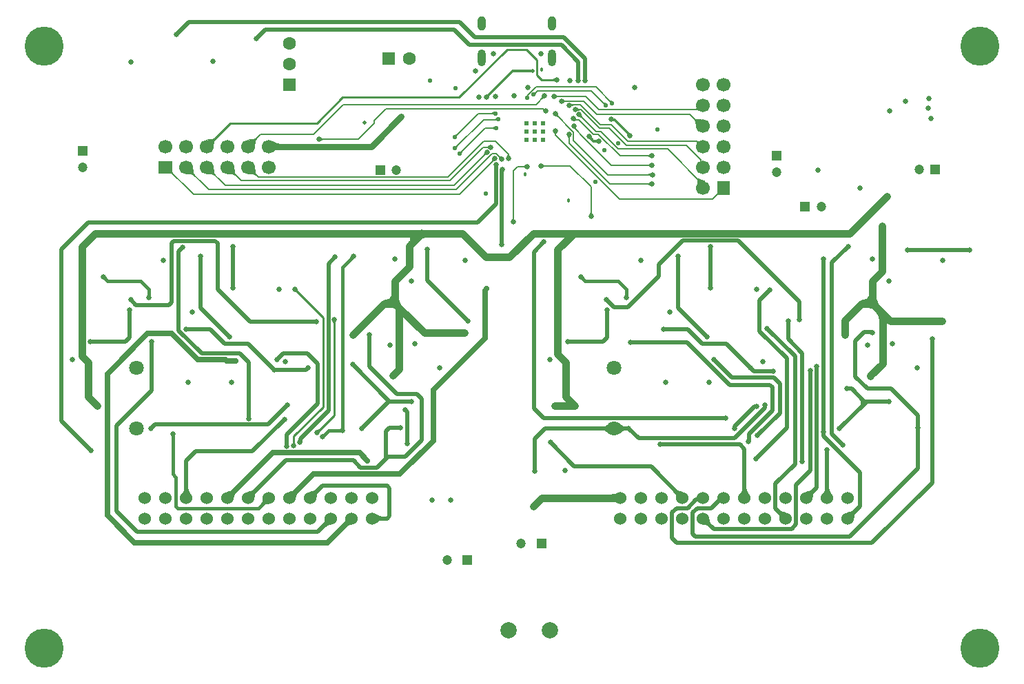
<source format=gbl>
G04*
G04 #@! TF.GenerationSoftware,Altium Limited,Altium Designer,24.8.2 (39)*
G04*
G04 Layer_Physical_Order=4*
G04 Layer_Color=16711680*
%FSLAX25Y25*%
%MOIN*%
G70*
G04*
G04 #@! TF.SameCoordinates,8134F229-52BB-4174-A8A1-A21A1ADD1C6F*
G04*
G04*
G04 #@! TF.FilePolarity,Positive*
G04*
G01*
G75*
%ADD12C,0.01000*%
%ADD16C,0.02500*%
%ADD18C,0.00800*%
%ADD111C,0.03500*%
%ADD112C,0.02000*%
%ADD114C,0.03000*%
%ADD115C,0.01200*%
%ADD116C,0.00700*%
%ADD118C,0.01500*%
%ADD122R,0.06299X0.06299*%
%ADD123C,0.06299*%
%ADD124R,0.04724X0.04724*%
%ADD125C,0.04724*%
%ADD126R,0.04724X0.04724*%
%ADD127C,0.18898*%
%ADD128C,0.07087*%
%ADD129O,0.03937X0.08268*%
%ADD130C,0.02559*%
%ADD131O,0.03937X0.07087*%
%ADD132R,0.06299X0.06299*%
%ADD133C,0.07874*%
%ADD134C,0.06000*%
%ADD135R,0.06693X0.06299*%
%ADD136C,0.06693*%
%ADD137R,0.06299X0.06693*%
%ADD138C,0.02500*%
%ADD139C,0.02100*%
%ADD140C,0.02400*%
%ADD141C,0.02000*%
%ADD142C,0.01800*%
G36*
X247105Y227720D02*
X247119Y227608D01*
X247143Y227499D01*
X247176Y227391D01*
X247219Y227286D01*
X247271Y227183D01*
X247333Y227082D01*
X247404Y226983D01*
X247485Y226887D01*
X247575Y226793D01*
X245825D01*
X245915Y226887D01*
X245996Y226983D01*
X246067Y227082D01*
X246129Y227183D01*
X246181Y227286D01*
X246224Y227391D01*
X246257Y227499D01*
X246281Y227608D01*
X246295Y227720D01*
X246300Y227834D01*
X247100D01*
X247105Y227720D01*
D02*
G37*
G36*
X206807Y218770D02*
X206118Y218745D01*
X205449Y218671D01*
X204800Y218547D01*
X204172Y218374D01*
X203564Y218151D01*
X202977Y217879D01*
X202410Y217557D01*
X201864Y217186D01*
X201338Y216765D01*
X200833Y216295D01*
X195883D01*
X196318Y216765D01*
X196634Y217186D01*
X196830Y217557D01*
X196907Y217879D01*
X196864Y218151D01*
X196702Y218374D01*
X196420Y218547D01*
X196019Y218671D01*
X195498Y218745D01*
X194858Y218770D01*
X202583Y222270D01*
X206807Y218770D01*
D02*
G37*
G36*
X169570Y208270D02*
X169532Y208265D01*
X169486Y208250D01*
X169434Y208224D01*
X169375Y208188D01*
X169309Y208141D01*
X169156Y208017D01*
X168976Y207851D01*
X168876Y207752D01*
X167815Y208813D01*
X167914Y208913D01*
X168204Y209246D01*
X168251Y209312D01*
X168287Y209371D01*
X168313Y209423D01*
X168328Y209469D01*
X168333Y209507D01*
X169570Y208270D01*
D02*
G37*
G36*
X49837Y199469D02*
X49853Y199423D01*
X49878Y199371D01*
X49915Y199312D01*
X49961Y199246D01*
X50086Y199093D01*
X50252Y198913D01*
X50350Y198813D01*
X49290Y197752D01*
X49189Y197851D01*
X48856Y198141D01*
X48790Y198188D01*
X48731Y198224D01*
X48679Y198250D01*
X48634Y198265D01*
X48595Y198270D01*
X49833Y199507D01*
X49837Y199469D01*
D02*
G37*
G36*
X142336Y193303D02*
X142349Y193200D01*
X142370Y193099D01*
X142401Y192999D01*
X142441Y192901D01*
X142490Y192804D01*
X142548Y192709D01*
X142615Y192616D01*
X142691Y192523D01*
X142777Y192433D01*
X142070Y191726D01*
X141979Y191811D01*
X141887Y191887D01*
X141793Y191954D01*
X141698Y192012D01*
X141601Y192061D01*
X141503Y192101D01*
X141403Y192132D01*
X141302Y192154D01*
X141199Y192166D01*
X141095Y192170D01*
X142333Y193407D01*
X142336Y193303D01*
D02*
G37*
G36*
X71334Y191129D02*
X71364Y190688D01*
X71378Y190608D01*
X71394Y190541D01*
X71413Y190486D01*
X71434Y190443D01*
X71458Y190412D01*
X69708D01*
X69731Y190443D01*
X69753Y190486D01*
X69771Y190541D01*
X69788Y190608D01*
X69801Y190688D01*
X69821Y190884D01*
X69831Y191129D01*
X69833Y191270D01*
X71333D01*
X71334Y191129D01*
D02*
G37*
G36*
X191333Y190745D02*
X191348Y190065D01*
X191392Y189425D01*
X191467Y188826D01*
X191571Y188267D01*
X191704Y187748D01*
X191868Y187269D01*
X192061Y186831D01*
X192285Y186433D01*
X192537Y186075D01*
X192820Y185757D01*
X190345Y183282D01*
X190028Y183565D01*
X189670Y183818D01*
X189272Y184041D01*
X188833Y184234D01*
X188355Y184398D01*
X187836Y184532D01*
X187277Y184636D01*
X186038Y184755D01*
X185358Y184770D01*
X184333Y188270D01*
X184998Y188305D01*
X185593Y188410D01*
X186118Y188585D01*
X186573Y188830D01*
X186958Y189145D01*
X187273Y189530D01*
X187518Y189985D01*
X187693Y190510D01*
X187798Y191105D01*
X187833Y191770D01*
X191333Y190745D01*
D02*
G37*
G36*
X160936Y177790D02*
X160873Y177708D01*
X160816Y177621D01*
X160768Y177529D01*
X160726Y177431D01*
X160693Y177329D01*
X160666Y177220D01*
X160648Y177106D01*
X160636Y176988D01*
X160633Y176863D01*
X159633Y176863D01*
X159629Y176988D01*
X159618Y177106D01*
X159599Y177220D01*
X159573Y177329D01*
X159539Y177431D01*
X159498Y177529D01*
X159449Y177621D01*
X159393Y177708D01*
X159329Y177790D01*
X159258Y177866D01*
X161008Y177866D01*
X160936Y177790D01*
D02*
G37*
G36*
X164834Y126629D02*
X164864Y126188D01*
X164878Y126108D01*
X164894Y126041D01*
X164913Y125986D01*
X164934Y125943D01*
X164958Y125912D01*
X163208D01*
X163231Y125943D01*
X163253Y125986D01*
X163271Y126041D01*
X163288Y126108D01*
X163301Y126188D01*
X163321Y126384D01*
X163331Y126629D01*
X163333Y126770D01*
X164833D01*
X164834Y126629D01*
D02*
G37*
G36*
X163190Y124145D02*
X163159Y124168D01*
X163117Y124190D01*
X163061Y124208D01*
X162994Y124225D01*
X162914Y124238D01*
X162718Y124258D01*
X162473Y124268D01*
X162333Y124270D01*
Y125770D01*
X162473Y125771D01*
X162914Y125801D01*
X162994Y125815D01*
X163061Y125831D01*
X163117Y125850D01*
X163159Y125871D01*
X163190Y125895D01*
Y124145D01*
D02*
G37*
G36*
X153359Y124924D02*
X153274Y124834D01*
X153198Y124741D01*
X153131Y124648D01*
X153073Y124553D01*
X153024Y124456D01*
X152984Y124358D01*
X152953Y124258D01*
X152932Y124157D01*
X152919Y124054D01*
X152916Y123950D01*
X151678Y125187D01*
X151782Y125191D01*
X151885Y125203D01*
X151986Y125225D01*
X152086Y125256D01*
X152184Y125296D01*
X152281Y125345D01*
X152376Y125403D01*
X152470Y125470D01*
X152562Y125546D01*
X152652Y125631D01*
X153359Y124924D01*
D02*
G37*
G36*
X156351Y122727D02*
X156252Y122626D01*
X155961Y122293D01*
X155915Y122227D01*
X155878Y122168D01*
X155853Y122116D01*
X155838Y122071D01*
X155833Y122032D01*
X154595Y123270D01*
X154634Y123275D01*
X154679Y123290D01*
X154731Y123316D01*
X154790Y123352D01*
X154856Y123398D01*
X155009Y123523D01*
X155189Y123689D01*
X155290Y123787D01*
X156351Y122727D01*
D02*
G37*
G36*
X82934Y122596D02*
X82913Y122554D01*
X82894Y122498D01*
X82878Y122431D01*
X82864Y122351D01*
X82844Y122155D01*
X82834Y121911D01*
X82833Y121770D01*
X81333D01*
X81331Y121911D01*
X81301Y122351D01*
X81288Y122431D01*
X81271Y122498D01*
X81253Y122554D01*
X81231Y122596D01*
X81208Y122627D01*
X82958D01*
X82934Y122596D01*
D02*
G37*
G36*
X141086Y119391D02*
X141098Y119272D01*
X141116Y119158D01*
X141143Y119050D01*
X141176Y118947D01*
X141218Y118849D01*
X141266Y118757D01*
X141323Y118670D01*
X141386Y118589D01*
X141458Y118512D01*
X139708D01*
X139779Y118589D01*
X139843Y118670D01*
X139899Y118757D01*
X139948Y118849D01*
X139989Y118947D01*
X140023Y119050D01*
X140049Y119158D01*
X140068Y119272D01*
X140079Y119391D01*
X140083Y119515D01*
X141083D01*
X141086Y119391D01*
D02*
G37*
G36*
X89594Y96870D02*
X89627Y96598D01*
X89682Y96333D01*
X89759Y96075D01*
X89858Y95823D01*
X89979Y95577D01*
X90122Y95339D01*
X90287Y95107D01*
X90474Y94881D01*
X90683Y94662D01*
X86483D01*
X86692Y94881D01*
X86879Y95107D01*
X87044Y95339D01*
X87187Y95577D01*
X87308Y95823D01*
X87407Y96075D01*
X87484Y96333D01*
X87539Y96598D01*
X87572Y96870D01*
X87583Y97148D01*
X89583D01*
X89594Y96870D01*
D02*
G37*
G36*
X152563Y95085D02*
X152374Y94881D01*
X152205Y94665D01*
X152056Y94439D01*
X151928Y94202D01*
X151820Y93954D01*
X151732Y93695D01*
X151664Y93425D01*
X151617Y93144D01*
X151590Y92852D01*
X151583Y92550D01*
X148613Y95520D01*
X148915Y95527D01*
X149207Y95554D01*
X149488Y95601D01*
X149758Y95669D01*
X150017Y95757D01*
X150265Y95865D01*
X150502Y95993D01*
X150728Y96142D01*
X150944Y96311D01*
X151148Y96500D01*
X152563Y95085D01*
D02*
G37*
G36*
X142668Y94837D02*
X142459Y94617D01*
X142273Y94394D01*
X142109Y94170D01*
X141967Y93944D01*
X141848Y93717D01*
X141751Y93487D01*
X141675Y93255D01*
X141622Y93022D01*
X141591Y92787D01*
X141583Y92550D01*
X138613Y95520D01*
X138850Y95528D01*
X139085Y95559D01*
X139318Y95612D01*
X139550Y95688D01*
X139780Y95785D01*
X140007Y95904D01*
X140233Y96046D01*
X140457Y96210D01*
X140680Y96396D01*
X140900Y96605D01*
X142668Y94837D01*
D02*
G37*
G36*
X122563Y95085D02*
X122374Y94881D01*
X122205Y94665D01*
X122056Y94439D01*
X121928Y94202D01*
X121820Y93954D01*
X121732Y93695D01*
X121664Y93425D01*
X121617Y93144D01*
X121590Y92852D01*
X121582Y92550D01*
X118613Y95520D01*
X118915Y95527D01*
X119207Y95554D01*
X119488Y95601D01*
X119758Y95669D01*
X120017Y95757D01*
X120265Y95865D01*
X120502Y95993D01*
X120728Y96142D01*
X120944Y96311D01*
X121148Y96500D01*
X122563Y95085D01*
D02*
G37*
G36*
X112668Y94837D02*
X112459Y94617D01*
X112273Y94394D01*
X112109Y94170D01*
X111968Y93944D01*
X111848Y93717D01*
X111750Y93487D01*
X111675Y93255D01*
X111622Y93022D01*
X111591Y92787D01*
X111583Y92550D01*
X108613Y95520D01*
X108850Y95528D01*
X109085Y95559D01*
X109318Y95612D01*
X109550Y95688D01*
X109780Y95785D01*
X110007Y95904D01*
X110233Y96046D01*
X110457Y96210D01*
X110680Y96396D01*
X110900Y96605D01*
X112668Y94837D01*
D02*
G37*
G36*
X128553Y89520D02*
X128185Y89515D01*
X127510Y89451D01*
X127203Y89392D01*
X126916Y89315D01*
X126649Y89220D01*
X126403Y89108D01*
X126177Y88977D01*
X125972Y88829D01*
X125786Y88663D01*
X124726Y89723D01*
X124892Y89909D01*
X125040Y90114D01*
X125171Y90340D01*
X125283Y90586D01*
X125378Y90853D01*
X125455Y91140D01*
X125514Y91447D01*
X125555Y91774D01*
X125578Y92122D01*
X125583Y92490D01*
X128553Y89520D01*
D02*
G37*
G36*
X180944Y84411D02*
X181170Y84224D01*
X181402Y84059D01*
X181640Y83916D01*
X181886Y83795D01*
X182138Y83696D01*
X182396Y83619D01*
X182661Y83564D01*
X182933Y83531D01*
X183211Y83520D01*
Y81520D01*
X182933Y81509D01*
X182661Y81476D01*
X182396Y81421D01*
X182138Y81344D01*
X181886Y81245D01*
X181640Y81124D01*
X181402Y80981D01*
X181170Y80816D01*
X180944Y80629D01*
X180725Y80420D01*
Y84620D01*
X180944Y84411D01*
D02*
G37*
G36*
X158694Y79522D02*
X158389Y79501D01*
X158096Y79461D01*
X157813Y79404D01*
X157543Y79327D01*
X157283Y79232D01*
X157035Y79118D01*
X156798Y78986D01*
X156572Y78835D01*
X156358Y78666D01*
X156155Y78478D01*
X154670Y79821D01*
X154860Y80028D01*
X155028Y80244D01*
X155175Y80471D01*
X155299Y80708D01*
X155402Y80955D01*
X155483Y81213D01*
X155542Y81481D01*
X155579Y81760D01*
X155594Y82049D01*
X155588Y82348D01*
X158694Y79522D01*
D02*
G37*
G36*
X168553Y79520D02*
X168316Y79511D01*
X168080Y79480D01*
X167847Y79427D01*
X167615Y79352D01*
X167386Y79255D01*
X167158Y79135D01*
X166932Y78993D01*
X166708Y78829D01*
X166486Y78643D01*
X166265Y78435D01*
X164498Y80202D01*
X164706Y80423D01*
X164892Y80645D01*
X165056Y80869D01*
X165198Y81095D01*
X165317Y81323D01*
X165415Y81552D01*
X165490Y81784D01*
X165543Y82017D01*
X165574Y82253D01*
X165583Y82490D01*
X168553Y79520D01*
D02*
G37*
G36*
X219697Y267869D02*
X219627Y267794D01*
X219565Y267717D01*
X219509Y267638D01*
X219462Y267557D01*
X219422Y267474D01*
X219389Y267389D01*
X219363Y267303D01*
X219346Y267214D01*
X219335Y267123D01*
X219333Y267030D01*
X218293Y268070D01*
X218386Y268072D01*
X218477Y268083D01*
X218566Y268101D01*
X218653Y268126D01*
X218737Y268159D01*
X218820Y268199D01*
X218901Y268246D01*
X218980Y268302D01*
X219057Y268364D01*
X219132Y268435D01*
X219697Y267869D01*
D02*
G37*
G36*
X153819Y266780D02*
X153915Y266699D01*
X154014Y266628D01*
X154115Y266566D01*
X154218Y266514D01*
X154323Y266471D01*
X154431Y266438D01*
X154540Y266414D01*
X154652Y266400D01*
X154766Y266395D01*
Y265595D01*
X154652Y265591D01*
X154540Y265576D01*
X154431Y265553D01*
X154323Y265519D01*
X154218Y265477D01*
X154115Y265424D01*
X154014Y265363D01*
X153915Y265291D01*
X153819Y265211D01*
X153725Y265120D01*
Y266870D01*
X153819Y266780D01*
D02*
G37*
G36*
X122635Y266006D02*
X122496Y265840D01*
X122372Y265633D01*
X122263Y265387D01*
X122170Y265102D01*
X122092Y264776D01*
X122029Y264411D01*
X121981Y264006D01*
X121931Y263077D01*
X121929Y262553D01*
X118616Y265866D01*
X119140Y265868D01*
X120474Y265966D01*
X120839Y266029D01*
X121165Y266107D01*
X121450Y266200D01*
X121696Y266309D01*
X121903Y266433D01*
X122069Y266572D01*
X122635Y266006D01*
D02*
G37*
G36*
X102696Y265926D02*
X102545Y265749D01*
X102411Y265537D01*
X102294Y265289D01*
X102193Y265006D01*
X102108Y264686D01*
X102039Y264331D01*
X101987Y263940D01*
X101932Y263051D01*
X101929Y262553D01*
X98616Y265866D01*
X99114Y265869D01*
X100003Y265924D01*
X100394Y265976D01*
X100749Y266045D01*
X101069Y266130D01*
X101352Y266231D01*
X101600Y266349D01*
X101812Y266482D01*
X101989Y266633D01*
X102696Y265926D01*
D02*
G37*
G36*
X219898Y262469D02*
X219827Y262394D01*
X219765Y262317D01*
X219709Y262238D01*
X219662Y262157D01*
X219621Y262074D01*
X219589Y261989D01*
X219564Y261903D01*
X219546Y261814D01*
X219535Y261723D01*
X219533Y261630D01*
X218493Y262670D01*
X218586Y262672D01*
X218677Y262683D01*
X218766Y262701D01*
X218852Y262726D01*
X218937Y262758D01*
X219020Y262799D01*
X219101Y262846D01*
X219180Y262902D01*
X219257Y262964D01*
X219332Y263035D01*
X219898Y262469D01*
D02*
G37*
G36*
X131147Y264702D02*
X131341Y264559D01*
X131554Y264433D01*
X131786Y264323D01*
X132038Y264230D01*
X132308Y264155D01*
X132598Y264095D01*
X132907Y264053D01*
X133235Y264028D01*
X133582Y264020D01*
Y261020D01*
X133235Y261011D01*
X132907Y260986D01*
X132598Y260944D01*
X132308Y260885D01*
X132038Y260809D01*
X131786Y260716D01*
X131554Y260607D01*
X131341Y260480D01*
X131147Y260337D01*
X130973Y260177D01*
Y264862D01*
X131147Y264702D01*
D02*
G37*
G36*
X222198Y259769D02*
X222127Y259694D01*
X222065Y259617D01*
X222009Y259538D01*
X221962Y259457D01*
X221921Y259374D01*
X221889Y259290D01*
X221864Y259203D01*
X221846Y259114D01*
X221835Y259023D01*
X221833Y258930D01*
X220793Y259970D01*
X220886Y259972D01*
X220977Y259983D01*
X221066Y260000D01*
X221152Y260026D01*
X221237Y260058D01*
X221320Y260099D01*
X221401Y260146D01*
X221480Y260202D01*
X221557Y260264D01*
X221632Y260334D01*
X222198Y259769D01*
D02*
G37*
G36*
X81872Y250451D02*
X81849Y250378D01*
Y250293D01*
X81872Y250197D01*
X81917Y250089D01*
X81985Y249970D01*
X82076Y249840D01*
X82189Y249699D01*
X82483Y249382D01*
X81917Y248816D01*
X81753Y248975D01*
X81459Y249224D01*
X81329Y249314D01*
X81210Y249382D01*
X81103Y249427D01*
X81006Y249450D01*
X80922D01*
X80848Y249427D01*
X80786Y249382D01*
X81917Y250514D01*
X81872Y250451D01*
D02*
G37*
G36*
X121931Y251962D02*
X122029Y250628D01*
X122092Y250263D01*
X122170Y249938D01*
X122263Y249652D01*
X122372Y249406D01*
X122496Y249200D01*
X122635Y249033D01*
X122069Y248468D01*
X121903Y248607D01*
X121696Y248730D01*
X121450Y248839D01*
X121165Y248932D01*
X120839Y249011D01*
X120474Y249074D01*
X120069Y249121D01*
X119140Y249171D01*
X118616Y249173D01*
X121929Y252486D01*
X121931Y251962D01*
D02*
G37*
G36*
X111931D02*
X112029Y250628D01*
X112092Y250263D01*
X112170Y249938D01*
X112263Y249652D01*
X112372Y249406D01*
X112496Y249200D01*
X112635Y249033D01*
X112069Y248468D01*
X111902Y248607D01*
X111696Y248730D01*
X111450Y248839D01*
X111165Y248932D01*
X110839Y249011D01*
X110474Y249074D01*
X110069Y249121D01*
X109140Y249171D01*
X108616Y249173D01*
X111929Y252486D01*
X111931Y251962D01*
D02*
G37*
G36*
X101931D02*
X102029Y250628D01*
X102092Y250263D01*
X102170Y249938D01*
X102263Y249652D01*
X102372Y249406D01*
X102496Y249200D01*
X102635Y249033D01*
X102069Y248468D01*
X101902Y248607D01*
X101696Y248730D01*
X101450Y248839D01*
X101165Y248932D01*
X100839Y249011D01*
X100474Y249074D01*
X100069Y249121D01*
X99140Y249171D01*
X98616Y249173D01*
X101929Y252486D01*
X101931Y251962D01*
D02*
G37*
G36*
X91931D02*
X92029Y250628D01*
X92092Y250263D01*
X92170Y249938D01*
X92263Y249652D01*
X92372Y249406D01*
X92496Y249200D01*
X92635Y249033D01*
X92069Y248468D01*
X91903Y248607D01*
X91696Y248730D01*
X91450Y248839D01*
X91165Y248932D01*
X90839Y249011D01*
X90474Y249074D01*
X90069Y249121D01*
X89140Y249171D01*
X88616Y249173D01*
X91929Y252486D01*
X91931Y251962D01*
D02*
G37*
G36*
X232302Y258705D02*
X232380Y258789D01*
X232449Y258878D01*
X232510Y258973D01*
X232562Y259072D01*
X232606Y259177D01*
X232642Y259287D01*
X232670Y259402D01*
X232689Y259522D01*
X232700Y259647D01*
X232703Y259778D01*
X233941Y258540D01*
X233810Y258537D01*
X233685Y258526D01*
X233565Y258507D01*
X233450Y258479D01*
X233340Y258443D01*
X233235Y258399D01*
X233136Y258347D01*
X233041Y258286D01*
X232952Y258217D01*
X232868Y258139D01*
X232302Y258705D01*
D02*
G37*
G36*
X236172Y255410D02*
X236250Y255495D01*
X236319Y255585D01*
X236379Y255679D01*
X236429Y255779D01*
X236470Y255883D01*
X236502Y255992D01*
X236524Y256106D01*
X236537Y256224D01*
X236541Y256348D01*
X236536Y256476D01*
X237851Y255322D01*
X237719Y255311D01*
X237593Y255292D01*
X237472Y255267D01*
X237356Y255234D01*
X237246Y255193D01*
X237141Y255146D01*
X237042Y255091D01*
X236948Y255029D01*
X236860Y254960D01*
X236777Y254883D01*
X236172Y255410D01*
D02*
G37*
G36*
X233886Y262470D02*
X234001Y262475D01*
X234113Y262489D01*
X234222Y262514D01*
X234329Y262548D01*
X234432Y262592D01*
X234533Y262646D01*
X234631Y262710D01*
X234726Y262783D01*
X234818Y262866D01*
X234907Y262960D01*
X234984Y261211D01*
X234885Y261298D01*
X234785Y261376D01*
X234682Y261445D01*
X234579Y261505D01*
X234473Y261555D01*
X234366Y261596D01*
X234258Y261628D01*
X234148Y261651D01*
X234036Y261665D01*
X233923Y261670D01*
X233886Y262470D01*
D02*
G37*
G36*
X240098Y257970D02*
X240182Y257893D01*
X240271Y257824D01*
X240365Y257763D01*
X240465Y257711D01*
X240569Y257666D01*
X240679Y257630D01*
X240794Y257603D01*
X240914Y257583D01*
X241040Y257572D01*
X241170Y257570D01*
X239933Y256332D01*
X239930Y256463D01*
X239919Y256588D01*
X239899Y256708D01*
X239872Y256823D01*
X239836Y256933D01*
X239792Y257037D01*
X239739Y257137D01*
X239679Y257231D01*
X239609Y257321D01*
X239532Y257405D01*
X240098Y257970D01*
D02*
G37*
G36*
X244783Y258554D02*
X244787Y258440D01*
X244802Y258328D01*
X244825Y258218D01*
X244859Y258111D01*
X244901Y258006D01*
X244954Y257903D01*
X245015Y257802D01*
X245087Y257703D01*
X245167Y257607D01*
X245258Y257512D01*
X243508D01*
X243598Y257607D01*
X243679Y257703D01*
X243750Y257802D01*
X243812Y257903D01*
X243864Y258006D01*
X243907Y258111D01*
X243940Y258218D01*
X243964Y258328D01*
X243978Y258440D01*
X243983Y258554D01*
X244783D01*
D02*
G37*
G36*
X251666Y253100D02*
X251780Y253105D01*
X251892Y253119D01*
X252001Y253143D01*
X252109Y253176D01*
X252214Y253219D01*
X252317Y253271D01*
X252418Y253333D01*
X252517Y253404D01*
X252613Y253485D01*
X252707Y253575D01*
Y251825D01*
X252613Y251915D01*
X252517Y251996D01*
X252418Y252067D01*
X252317Y252129D01*
X252214Y252181D01*
X252109Y252224D01*
X252001Y252257D01*
X251892Y252281D01*
X251780Y252295D01*
X251666Y252300D01*
Y253100D01*
D02*
G37*
G36*
X236699Y271800D02*
X236802Y271803D01*
X236900Y271813D01*
X236995Y271830D01*
X237086Y271854D01*
X237173Y271884D01*
X237256Y271921D01*
X237336Y271964D01*
X237411Y272014D01*
X237483Y272071D01*
X237550Y272135D01*
Y270665D01*
X237483Y270729D01*
X237411Y270786D01*
X237336Y270836D01*
X237256Y270879D01*
X237173Y270916D01*
X237086Y270946D01*
X236995Y270970D01*
X236900Y270987D01*
X236802Y270997D01*
X236699Y271000D01*
Y271800D01*
D02*
G37*
G36*
X236482Y278920D02*
X236584Y278923D01*
X236683Y278933D01*
X236778Y278950D01*
X236869Y278973D01*
X236956Y279003D01*
X237039Y279040D01*
X237118Y279084D01*
X237194Y279134D01*
X237265Y279191D01*
X237333Y279255D01*
Y277785D01*
X237265Y277848D01*
X237194Y277905D01*
X237118Y277956D01*
X237039Y277999D01*
X236956Y278036D01*
X236869Y278066D01*
X236778Y278089D01*
X236683Y278106D01*
X236584Y278116D01*
X236482Y278120D01*
Y278920D01*
D02*
G37*
G36*
X235530Y287231D02*
X235438Y287136D01*
X235284Y286950D01*
X235221Y286860D01*
X235168Y286772D01*
X235125Y286686D01*
X235091Y286602D01*
X235068Y286521D01*
X235054Y286440D01*
X235050Y286363D01*
X233812Y287600D01*
X233891Y287604D01*
X233970Y287618D01*
X234052Y287642D01*
X234136Y287675D01*
X234222Y287718D01*
X234310Y287771D01*
X234400Y287834D01*
X234492Y287906D01*
X234682Y288080D01*
X235530Y287231D01*
D02*
G37*
G36*
X237980Y275920D02*
X238082Y275923D01*
X238181Y275933D01*
X238276Y275950D01*
X238367Y275974D01*
X238454Y276004D01*
X238537Y276041D01*
X238616Y276085D01*
X238691Y276135D01*
X238762Y276192D01*
X238829Y276256D01*
X238837Y274786D01*
X238769Y274850D01*
X238697Y274906D01*
X238621Y274956D01*
X238542Y275000D01*
X238458Y275036D01*
X238371Y275066D01*
X238280Y275090D01*
X238185Y275106D01*
X238087Y275116D01*
X237984Y275120D01*
X237980Y275920D01*
D02*
G37*
G36*
X254085Y287435D02*
X254075Y286979D01*
X253366Y287141D01*
X253370Y287145D01*
X253373Y287154D01*
X253376Y287169D01*
X253378Y287190D01*
X253382Y287248D01*
X253385Y287435D01*
X254085D01*
D02*
G37*
G36*
X337879Y255791D02*
X337051Y255495D01*
X337052Y255501D01*
X337052Y255518D01*
X337055Y256047D01*
X337855D01*
X337879Y255791D01*
D02*
G37*
G36*
X312990Y252545D02*
X312896Y252635D01*
X312799Y252716D01*
X312701Y252787D01*
X312600Y252849D01*
X312497Y252901D01*
X312391Y252944D01*
X312284Y252977D01*
X312174Y253001D01*
X312063Y253015D01*
X311948Y253020D01*
Y253820D01*
X312063Y253824D01*
X312174Y253839D01*
X312284Y253862D01*
X312391Y253896D01*
X312497Y253938D01*
X312600Y253991D01*
X312701Y254052D01*
X312799Y254124D01*
X312896Y254204D01*
X312990Y254295D01*
Y252545D01*
D02*
G37*
G36*
X260962Y253810D02*
X261058Y253729D01*
X261157Y253658D01*
X261258Y253596D01*
X261361Y253544D01*
X261466Y253501D01*
X261573Y253468D01*
X261683Y253444D01*
X261795Y253430D01*
X261909Y253425D01*
Y252625D01*
X261795Y252621D01*
X261683Y252606D01*
X261573Y252583D01*
X261466Y252549D01*
X261361Y252506D01*
X261258Y252454D01*
X261157Y252393D01*
X261058Y252321D01*
X260962Y252240D01*
X260867Y252150D01*
Y253900D01*
X260962Y253810D01*
D02*
G37*
G36*
X313190Y247945D02*
X313096Y248035D01*
X312999Y248116D01*
X312901Y248187D01*
X312800Y248249D01*
X312697Y248301D01*
X312592Y248344D01*
X312484Y248377D01*
X312374Y248401D01*
X312263Y248415D01*
X312148Y248420D01*
Y249220D01*
X312263Y249224D01*
X312374Y249239D01*
X312484Y249262D01*
X312592Y249296D01*
X312697Y249338D01*
X312800Y249391D01*
X312901Y249452D01*
X312999Y249524D01*
X313096Y249604D01*
X313190Y249695D01*
Y247945D01*
D02*
G37*
G36*
X336233Y247051D02*
X336385Y246961D01*
X336595Y246856D01*
X337188Y246599D01*
X339679Y245682D01*
X335443Y243679D01*
X335589Y244105D01*
X335700Y244505D01*
X335777Y244879D01*
X335821Y245227D01*
X335830Y245549D01*
X335806Y245844D01*
X335747Y246113D01*
X335655Y246356D01*
X335528Y246573D01*
X335368Y246764D01*
X336138Y247125D01*
X336233Y247051D01*
D02*
G37*
G36*
X312890Y243445D02*
X312796Y243535D01*
X312699Y243616D01*
X312601Y243687D01*
X312500Y243749D01*
X312397Y243801D01*
X312292Y243844D01*
X312184Y243877D01*
X312074Y243901D01*
X311963Y243915D01*
X311848Y243920D01*
Y244720D01*
X311963Y244724D01*
X312074Y244739D01*
X312184Y244762D01*
X312292Y244796D01*
X312397Y244838D01*
X312500Y244891D01*
X312601Y244952D01*
X312699Y245024D01*
X312796Y245104D01*
X312890Y245195D01*
Y243445D01*
D02*
G37*
G36*
X346380Y239197D02*
X346327Y239250D01*
X346261Y239278D01*
X346182Y239282D01*
X346089Y239261D01*
X345983Y239216D01*
X345863Y239145D01*
X345729Y239051D01*
X345583Y238932D01*
X345248Y238619D01*
X344597Y239099D01*
X344801Y239309D01*
X345257Y239848D01*
X345356Y239997D01*
X345429Y240131D01*
X345476Y240249D01*
X345496Y240353D01*
X345490Y240441D01*
X345457Y240513D01*
X346380Y239197D01*
D02*
G37*
G36*
X284805Y230620D02*
X284819Y230508D01*
X284843Y230399D01*
X284876Y230291D01*
X284919Y230186D01*
X284971Y230083D01*
X285033Y229982D01*
X285104Y229883D01*
X285185Y229787D01*
X285275Y229693D01*
X283525D01*
X283615Y229787D01*
X283696Y229883D01*
X283767Y229982D01*
X283829Y230083D01*
X283881Y230186D01*
X283924Y230291D01*
X283957Y230399D01*
X283981Y230508D01*
X283995Y230620D01*
X284000Y230734D01*
X284800D01*
X284805Y230620D01*
D02*
G37*
G36*
X280837Y199469D02*
X280853Y199423D01*
X280878Y199371D01*
X280915Y199312D01*
X280961Y199246D01*
X281086Y199093D01*
X281252Y198913D01*
X281350Y198813D01*
X280290Y197752D01*
X280189Y197851D01*
X279856Y198141D01*
X279790Y198188D01*
X279731Y198224D01*
X279679Y198250D01*
X279634Y198265D01*
X279595Y198270D01*
X280833Y199507D01*
X280837Y199469D01*
D02*
G37*
G36*
X302334Y191129D02*
X302364Y190688D01*
X302378Y190608D01*
X302394Y190541D01*
X302413Y190486D01*
X302434Y190443D01*
X302458Y190412D01*
X300708D01*
X300731Y190443D01*
X300753Y190486D01*
X300771Y190541D01*
X300788Y190608D01*
X300801Y190688D01*
X300821Y190884D01*
X300831Y191129D01*
X300833Y191270D01*
X302333D01*
X302334Y191129D01*
D02*
G37*
G36*
X422333Y190745D02*
X422357Y190055D01*
X422432Y189386D01*
X422555Y188737D01*
X422729Y188109D01*
X422951Y187501D01*
X423224Y186914D01*
X423545Y186347D01*
X423917Y185801D01*
X424337Y185275D01*
X424808Y184770D01*
X423223Y183185D01*
X426720Y182857D01*
X427845Y176782D01*
X427729Y176864D01*
X427625Y176863D01*
X427533Y176780D01*
X427453Y176614D01*
X427386Y176367D01*
X427331Y176037D01*
X427239Y174554D01*
X427233Y173895D01*
X423733Y177395D01*
X423708Y178085D01*
X423634Y178754D01*
X423510Y179402D01*
X423337Y180031D01*
X423114Y180639D01*
X422842Y181226D01*
X422520Y181792D01*
X422149Y182339D01*
X421772Y182809D01*
X421302Y183186D01*
X420755Y183557D01*
X420189Y183879D01*
X419601Y184151D01*
X418994Y184374D01*
X418365Y184547D01*
X417717Y184671D01*
X417048Y184745D01*
X416358Y184770D01*
X415333Y188270D01*
X415998Y188305D01*
X416593Y188410D01*
X417118Y188585D01*
X417573Y188830D01*
X417958Y189145D01*
X418273Y189530D01*
X418518Y189985D01*
X418693Y190510D01*
X418798Y191105D01*
X418833Y191770D01*
X422333Y190745D01*
D02*
G37*
G36*
X417083Y138520D02*
X418290Y138313D01*
X417790Y137813D01*
X414254Y137106D01*
X414509Y137388D01*
X414707Y137671D01*
X414848Y137954D01*
X414933Y138237D01*
X414961Y138520D01*
X414933Y138803D01*
X414848Y139085D01*
X414707Y139368D01*
X414509Y139651D01*
X414254Y139934D01*
X417083Y138520D01*
D02*
G37*
G36*
X298387Y128212D02*
X298683Y127962D01*
X298980Y127741D01*
X299278Y127550D01*
X299578Y127388D01*
X299879Y127255D01*
X300182Y127152D01*
X300486Y127079D01*
X300792Y127034D01*
X301100Y127020D01*
X301116Y125020D01*
X300808Y125005D01*
X300501Y124960D01*
X300198Y124886D01*
X299896Y124782D01*
X299596Y124648D01*
X299299Y124484D01*
X299004Y124291D01*
X298711Y124067D01*
X298421Y123814D01*
X298133Y123531D01*
X298093Y128492D01*
X298387Y128212D01*
D02*
G37*
G36*
X293033Y123531D02*
X292744Y123814D01*
X292454Y124067D01*
X292161Y124291D01*
X291866Y124484D01*
X291569Y124648D01*
X291269Y124782D01*
X290968Y124886D01*
X290664Y124960D01*
X290358Y125005D01*
X290049Y125020D01*
X290066Y127020D01*
X290373Y127034D01*
X290679Y127079D01*
X290983Y127152D01*
X291286Y127255D01*
X291587Y127388D01*
X291887Y127550D01*
X292186Y127741D01*
X292482Y127962D01*
X292778Y128212D01*
X293072Y128492D01*
X293033Y123531D01*
D02*
G37*
G36*
X399594Y96870D02*
X399627Y96598D01*
X399682Y96333D01*
X399759Y96075D01*
X399858Y95823D01*
X399979Y95577D01*
X400122Y95339D01*
X400287Y95107D01*
X400474Y94881D01*
X400683Y94662D01*
X396483D01*
X396692Y94881D01*
X396879Y95107D01*
X397044Y95339D01*
X397187Y95577D01*
X397308Y95823D01*
X397407Y96075D01*
X397484Y96333D01*
X397539Y96598D01*
X397572Y96870D01*
X397583Y97148D01*
X399583D01*
X399594Y96870D01*
D02*
G37*
G36*
X359594D02*
X359627Y96598D01*
X359682Y96333D01*
X359759Y96075D01*
X359858Y95823D01*
X359979Y95577D01*
X360122Y95339D01*
X360287Y95107D01*
X360474Y94881D01*
X360683Y94662D01*
X356483D01*
X356692Y94881D01*
X356879Y95107D01*
X357044Y95339D01*
X357187Y95577D01*
X357308Y95823D01*
X357407Y96075D01*
X357484Y96333D01*
X357539Y96598D01*
X357572Y96870D01*
X357583Y97148D01*
X359583D01*
X359594Y96870D01*
D02*
G37*
G36*
X392563Y95085D02*
X392374Y94881D01*
X392205Y94665D01*
X392056Y94439D01*
X391928Y94202D01*
X391820Y93954D01*
X391732Y93695D01*
X391664Y93425D01*
X391617Y93144D01*
X391590Y92852D01*
X391582Y92550D01*
X388613Y95520D01*
X388915Y95527D01*
X389207Y95554D01*
X389488Y95601D01*
X389758Y95669D01*
X390017Y95757D01*
X390265Y95865D01*
X390502Y95993D01*
X390728Y96142D01*
X390944Y96311D01*
X391148Y96500D01*
X392563Y95085D01*
D02*
G37*
G36*
X326221Y96311D02*
X326437Y96142D01*
X326663Y95993D01*
X326901Y95865D01*
X327149Y95757D01*
X327408Y95669D01*
X327678Y95601D01*
X327958Y95554D01*
X328250Y95527D01*
X328553Y95520D01*
X325583Y92550D01*
X325576Y92852D01*
X325549Y93144D01*
X325501Y93425D01*
X325433Y93695D01*
X325345Y93954D01*
X325237Y94202D01*
X325109Y94439D01*
X324960Y94665D01*
X324792Y94881D01*
X324603Y95085D01*
X326017Y96500D01*
X326221Y96311D01*
D02*
G37*
G36*
X296440Y90420D02*
X296358Y90486D01*
X296247Y90546D01*
X296108Y90598D01*
X295940Y90644D01*
X295745Y90682D01*
X295522Y90714D01*
X294990Y90756D01*
X294346Y90770D01*
Y94270D01*
X294682Y94273D01*
X295745Y94357D01*
X295940Y94396D01*
X296108Y94441D01*
X296247Y94494D01*
X296358Y94553D01*
X296440Y94620D01*
Y90420D01*
D02*
G37*
G36*
X412563Y85085D02*
X412374Y84881D01*
X412205Y84665D01*
X412056Y84439D01*
X411928Y84202D01*
X411820Y83954D01*
X411732Y83695D01*
X411664Y83425D01*
X411617Y83144D01*
X411590Y82852D01*
X411583Y82550D01*
X408613Y85519D01*
X408915Y85527D01*
X409207Y85554D01*
X409488Y85601D01*
X409758Y85669D01*
X410017Y85757D01*
X410265Y85865D01*
X410502Y85993D01*
X410728Y86142D01*
X410944Y86311D01*
X411148Y86500D01*
X412563Y85085D01*
D02*
G37*
G36*
X376221Y86311D02*
X376437Y86142D01*
X376663Y85993D01*
X376901Y85865D01*
X377149Y85757D01*
X377408Y85669D01*
X377678Y85601D01*
X377958Y85554D01*
X378250Y85527D01*
X378553Y85519D01*
X375583Y82550D01*
X375576Y82852D01*
X375549Y83144D01*
X375501Y83425D01*
X375433Y83695D01*
X375345Y83954D01*
X375237Y84202D01*
X375109Y84439D01*
X374960Y84665D01*
X374792Y84881D01*
X374603Y85085D01*
X376017Y86500D01*
X376221Y86311D01*
D02*
G37*
G36*
X341590Y82187D02*
X341617Y81895D01*
X341664Y81615D01*
X341732Y81345D01*
X341820Y81086D01*
X341928Y80838D01*
X342056Y80600D01*
X342205Y80374D01*
X342374Y80159D01*
X342563Y79954D01*
X341148Y78540D01*
X340944Y78729D01*
X340728Y78898D01*
X340502Y79046D01*
X340265Y79174D01*
X340017Y79282D01*
X339758Y79370D01*
X339488Y79438D01*
X339207Y79486D01*
X338915Y79513D01*
X338613Y79520D01*
X341582Y82490D01*
X341590Y82187D01*
D02*
G37*
G36*
X266708Y268092D02*
X266704Y268215D01*
X266693Y268331D01*
X266675Y268440D01*
X266650Y268542D01*
X266618Y268637D01*
X266578Y268724D01*
X266531Y268805D01*
X266477Y268878D01*
X266416Y268944D01*
X266347Y269003D01*
X267869D01*
X267800Y268944D01*
X267739Y268878D01*
X267685Y268805D01*
X267638Y268724D01*
X267598Y268637D01*
X267566Y268542D01*
X267541Y268440D01*
X267522Y268331D01*
X267512Y268215D01*
X267508Y268092D01*
X266708D01*
D02*
G37*
G36*
X273283Y266485D02*
X273278Y266599D01*
X273264Y266711D01*
X273240Y266821D01*
X273207Y266929D01*
X273164Y267034D01*
X273112Y267137D01*
X273050Y267238D01*
X272979Y267336D01*
X272898Y267433D01*
X272808Y267527D01*
X274558D01*
X274467Y267433D01*
X274387Y267336D01*
X274315Y267238D01*
X274254Y267137D01*
X274201Y267034D01*
X274159Y266929D01*
X274125Y266821D01*
X274102Y266711D01*
X274087Y266599D01*
X274083Y266485D01*
X273283D01*
D02*
G37*
G36*
X277518Y274900D02*
X277335Y274898D01*
X276688Y274858D01*
X276548Y274840D01*
X276181Y274765D01*
X276076Y274733D01*
X276892Y276237D01*
X276925Y276135D01*
X276968Y276044D01*
X277020Y275963D01*
X277083Y275893D01*
X277155Y275834D01*
X277237Y275786D01*
X277329Y275748D01*
X277431Y275722D01*
X277542Y275705D01*
X277663Y275700D01*
X277518Y274900D01*
D02*
G37*
G36*
X261547Y280903D02*
X261601Y280850D01*
X261739Y280730D01*
X261777Y280703D01*
X261811Y280683D01*
X261840Y280670D01*
X261866Y280663D01*
X261887Y280663D01*
X261904Y280669D01*
X261361Y279882D01*
X261359Y279898D01*
X261350Y279920D01*
X261332Y279949D01*
X261306Y279985D01*
X261230Y280076D01*
X261056Y280262D01*
X260981Y280337D01*
X261547Y280903D01*
D02*
G37*
G36*
X268068Y276769D02*
X267984Y276846D01*
X267894Y276916D01*
X267800Y276976D01*
X267701Y277029D01*
X267596Y277073D01*
X267486Y277109D01*
X267371Y277136D01*
X267251Y277156D01*
X267126Y277167D01*
X266995Y277170D01*
X268233Y278407D01*
X268235Y278277D01*
X268247Y278151D01*
X268266Y278031D01*
X268293Y277916D01*
X268329Y277806D01*
X268374Y277702D01*
X268426Y277602D01*
X268487Y277508D01*
X268556Y277419D01*
X268633Y277335D01*
X268068Y276769D01*
D02*
G37*
G36*
X275860Y282165D02*
X275742Y282160D01*
X275630Y282144D01*
X275524Y282117D01*
X275424Y282079D01*
X275330Y282031D01*
X275242Y281972D01*
X275161Y281902D01*
X275085Y281821D01*
X275015Y281730D01*
X274952Y281627D01*
X274497Y283317D01*
X274616Y283250D01*
X274850Y283138D01*
X274965Y283092D01*
X275192Y283021D01*
X275303Y282997D01*
X275413Y282979D01*
X275523Y282969D01*
X275630Y282965D01*
X275860Y282165D01*
D02*
G37*
G36*
X257994Y288436D02*
X257928Y288365D01*
X257869Y288289D01*
X257817Y288210D01*
X257772Y288127D01*
X257734Y288040D01*
X257703Y287949D01*
X257680Y287855D01*
X257663Y287757D01*
X257654Y287655D01*
X257651Y287549D01*
X256612Y288588D01*
X256718Y288591D01*
X256820Y288600D01*
X256918Y288617D01*
X257013Y288640D01*
X257103Y288671D01*
X257190Y288709D01*
X257273Y288754D01*
X257352Y288806D01*
X257428Y288865D01*
X257499Y288931D01*
X257994Y288436D01*
D02*
G37*
G36*
X260132Y285835D02*
X260209Y285919D01*
X260279Y286008D01*
X260339Y286102D01*
X260392Y286202D01*
X260436Y286307D01*
X260472Y286416D01*
X260500Y286531D01*
X260519Y286651D01*
X260530Y286777D01*
X260533Y286907D01*
X261770Y285670D01*
X261640Y285667D01*
X261514Y285656D01*
X261394Y285636D01*
X261279Y285609D01*
X261170Y285573D01*
X261065Y285529D01*
X260965Y285476D01*
X260871Y285416D01*
X260782Y285346D01*
X260698Y285269D01*
X260132Y285835D01*
D02*
G37*
G36*
X254600Y299600D02*
X254713Y299601D01*
X255065Y299625D01*
X255129Y299636D01*
X255183Y299649D01*
X255227Y299664D01*
X255261Y299681D01*
X255286Y299700D01*
Y298300D01*
X255261Y298319D01*
X255227Y298336D01*
X255183Y298351D01*
X255129Y298364D01*
X255065Y298375D01*
X254909Y298391D01*
X254713Y298399D01*
X254600Y298400D01*
Y299600D01*
D02*
G37*
G36*
X268217Y286320D02*
X268103Y286315D01*
X267991Y286301D01*
X267881Y286277D01*
X267774Y286244D01*
X267669Y286201D01*
X267565Y286149D01*
X267465Y286087D01*
X267366Y286016D01*
X267270Y285935D01*
X267175Y285845D01*
Y287595D01*
X267270Y287504D01*
X267366Y287424D01*
X267465Y287352D01*
X267565Y287291D01*
X267669Y287238D01*
X267774Y287196D01*
X267881Y287162D01*
X267991Y287139D01*
X268103Y287124D01*
X268217Y287120D01*
Y286320D01*
D02*
G37*
G36*
X271967Y284020D02*
X271850Y284015D01*
X271738Y283999D01*
X271630Y283973D01*
X271527Y283936D01*
X271428Y283890D01*
X271334Y283832D01*
X271245Y283764D01*
X271160Y283686D01*
X271080Y283598D01*
X271004Y283499D01*
X270724Y285226D01*
X270834Y285149D01*
X271055Y285019D01*
X271166Y284966D01*
X271276Y284921D01*
X271387Y284885D01*
X271497Y284856D01*
X271608Y284836D01*
X271719Y284824D01*
X271829Y284820D01*
X271967Y284020D01*
D02*
G37*
G36*
X265987Y295198D02*
X266111Y295201D01*
X266231Y295213D01*
X266344Y295231D01*
X266453Y295257D01*
X266556Y295291D01*
X266653Y295333D01*
X266745Y295381D01*
X266832Y295438D01*
X266914Y295501D01*
X266990Y295572D01*
Y293823D01*
X266914Y293894D01*
X266832Y293957D01*
X266745Y294014D01*
X266653Y294062D01*
X266556Y294104D01*
X266453Y294138D01*
X266344Y294164D01*
X266231Y294182D01*
X266111Y294194D01*
X265987Y294198D01*
Y295198D01*
D02*
G37*
G36*
X284190Y265573D02*
X284094Y265664D01*
X283908Y265819D01*
X283818Y265881D01*
X283731Y265934D01*
X283645Y265977D01*
X283560Y266010D01*
X283478Y266033D01*
X283398Y266047D01*
X283320Y266050D01*
X284550Y267295D01*
X284555Y267217D01*
X284569Y267137D01*
X284593Y267056D01*
X284627Y266972D01*
X284670Y266886D01*
X284723Y266798D01*
X284786Y266708D01*
X284858Y266617D01*
X285032Y266427D01*
X284190Y265573D01*
D02*
G37*
G36*
X286532Y265749D02*
X286666Y265751D01*
X287019Y265779D01*
X287120Y265795D01*
X287212Y265816D01*
X287297Y265840D01*
X287372Y265868D01*
X287440Y265900D01*
X287499Y265935D01*
X287151Y264220D01*
X287104Y264283D01*
X287047Y264338D01*
X286981Y264388D01*
X286905Y264430D01*
X286819Y264467D01*
X286725Y264496D01*
X286620Y264519D01*
X286507Y264536D01*
X286383Y264545D01*
X286250Y264549D01*
X286532Y265749D01*
D02*
G37*
G36*
X279685Y276249D02*
X279601Y276327D01*
X279512Y276396D01*
X279417Y276456D01*
X279318Y276509D01*
X279213Y276553D01*
X279103Y276589D01*
X278988Y276617D01*
X278868Y276636D01*
X278743Y276647D01*
X278612Y276650D01*
X279850Y277888D01*
X279853Y277757D01*
X279864Y277632D01*
X279883Y277512D01*
X279911Y277397D01*
X279947Y277287D01*
X279991Y277182D01*
X280044Y277083D01*
X280104Y276988D01*
X280173Y276899D01*
X280251Y276815D01*
X279685Y276249D01*
D02*
G37*
G36*
X278749Y279833D02*
X278637Y279828D01*
X278525Y279815D01*
X278415Y279793D01*
X278306Y279762D01*
X278197Y279723D01*
X278090Y279674D01*
X277984Y279617D01*
X277878Y279551D01*
X277774Y279476D01*
X277670Y279392D01*
X277824Y281136D01*
X277908Y281040D01*
X277996Y280955D01*
X278087Y280879D01*
X278182Y280814D01*
X278280Y280759D01*
X278382Y280713D01*
X278487Y280678D01*
X278596Y280653D01*
X278708Y280638D01*
X278823Y280633D01*
X278749Y279833D01*
D02*
G37*
G36*
X290685Y283913D02*
X290756Y283846D01*
X290832Y283787D01*
X290911Y283735D01*
X290994Y283691D01*
X291081Y283653D01*
X291171Y283622D01*
X291266Y283598D01*
X291364Y283582D01*
X291466Y283572D01*
X291572Y283570D01*
X290533Y282530D01*
X290530Y282636D01*
X290521Y282738D01*
X290504Y282837D01*
X290480Y282931D01*
X290450Y283022D01*
X290412Y283108D01*
X290367Y283191D01*
X290315Y283271D01*
X290256Y283346D01*
X290190Y283418D01*
X290685Y283913D01*
D02*
G37*
G36*
X293685Y284913D02*
X293756Y284846D01*
X293832Y284787D01*
X293911Y284735D01*
X293994Y284690D01*
X294081Y284653D01*
X294171Y284622D01*
X294266Y284598D01*
X294364Y284582D01*
X294466Y284572D01*
X294572Y284570D01*
X293533Y283530D01*
X293530Y283636D01*
X293521Y283738D01*
X293504Y283837D01*
X293480Y283931D01*
X293450Y284022D01*
X293412Y284108D01*
X293367Y284191D01*
X293315Y284271D01*
X293256Y284346D01*
X293190Y284418D01*
X293685Y284913D01*
D02*
G37*
G36*
X336216Y280154D02*
X336150Y280211D01*
X336082Y280253D01*
X336011Y280279D01*
X335938Y280291D01*
X335862Y280287D01*
X335785Y280267D01*
X335705Y280233D01*
X335622Y280183D01*
X335538Y280117D01*
X335450Y280037D01*
X334885Y280603D01*
X334996Y280719D01*
X335093Y280833D01*
X335175Y280944D01*
X335244Y281052D01*
X335298Y281157D01*
X335337Y281259D01*
X335363Y281359D01*
X335374Y281455D01*
X335371Y281549D01*
X335354Y281639D01*
X336216Y280154D01*
D02*
G37*
G36*
X334818Y275979D02*
X335033Y275853D01*
X335280Y275753D01*
X335560Y275679D01*
X335872Y275633D01*
X336215Y275612D01*
X336592Y275619D01*
X337000Y275652D01*
X337441Y275712D01*
X337913Y275799D01*
X335291Y271916D01*
X335182Y272487D01*
X334629Y274619D01*
X334518Y274900D01*
X334405Y275134D01*
X334293Y275319D01*
X334180Y275457D01*
X334635Y276133D01*
X334818Y275979D01*
D02*
G37*
G36*
X302560Y269504D02*
X302831Y269276D01*
X302915Y269217D01*
X302996Y269167D01*
X303074Y269125D01*
X303149Y269092D01*
X303221Y269068D01*
X303290Y269052D01*
X301854Y268052D01*
X301863Y268130D01*
X301861Y268210D01*
X301848Y268292D01*
X301823Y268376D01*
X301787Y268462D01*
X301741Y268550D01*
X301682Y268640D01*
X301613Y268733D01*
X301533Y268827D01*
X301441Y268923D01*
X302464Y269597D01*
X302560Y269504D01*
D02*
G37*
G36*
X335796Y265312D02*
X335891Y265237D01*
X335985Y265178D01*
X336077Y265135D01*
X336166Y265108D01*
X336254Y265096D01*
X336340Y265100D01*
X336424Y265120D01*
X336507Y265155D01*
X336587Y265206D01*
X335499Y263819D01*
X335530Y263912D01*
X335546Y264007D01*
X335547Y264103D01*
X335533Y264202D01*
X335504Y264303D01*
X335460Y264406D01*
X335401Y264510D01*
X335327Y264617D01*
X335237Y264726D01*
X335133Y264837D01*
X335699Y265403D01*
X335796Y265312D01*
D02*
G37*
G36*
X312790Y257145D02*
X312696Y257235D01*
X312599Y257316D01*
X312501Y257387D01*
X312400Y257449D01*
X312297Y257501D01*
X312192Y257544D01*
X312084Y257577D01*
X311974Y257601D01*
X311862Y257615D01*
X311748Y257620D01*
Y258420D01*
X311862Y258424D01*
X311974Y258439D01*
X312084Y258462D01*
X312192Y258496D01*
X312297Y258538D01*
X312400Y258591D01*
X312501Y258652D01*
X312599Y258724D01*
X312696Y258804D01*
X312790Y258895D01*
Y257145D01*
D02*
G37*
D12*
X220583Y286220D02*
X243863Y309500D01*
X164083Y286220D02*
X220583D01*
X253102Y309500D02*
X258183Y304420D01*
X243863Y309500D02*
X253102D01*
X258183Y297020D02*
X260505Y294697D01*
X258183Y297020D02*
Y304420D01*
X260505Y294697D02*
X267883D01*
X151683Y273820D02*
X164083Y286220D01*
X98583Y262520D02*
X109883Y273820D01*
X151683D01*
X160133Y132404D02*
Y178759D01*
X160133Y178759D02*
X160133Y178759D01*
X151665Y123937D02*
X160133Y132404D01*
X140583Y117620D02*
Y122220D01*
X154783Y136420D01*
X141083Y193420D02*
X154783Y179720D01*
Y136420D02*
Y179720D01*
D16*
X207983Y144620D02*
X233083Y169720D01*
Y192820D02*
X233883Y193620D01*
X233083Y169720D02*
Y192820D01*
X207983Y120020D02*
Y144620D01*
X191883Y103920D02*
X207983Y120020D01*
X50283Y152520D02*
X69783Y172020D01*
X81483D02*
X94183Y159320D01*
X69783Y172020D02*
X81483D01*
X107983Y158820D02*
X112283D01*
X107483Y159320D02*
X107983Y158820D01*
X94183Y159320D02*
X107483D01*
X50283Y83920D02*
Y152520D01*
Y83920D02*
X63383Y70820D01*
X156883D01*
X168583Y82520D01*
X130283Y114220D02*
X172383D01*
X176183Y110420D01*
X149983Y103920D02*
X191883D01*
X138583Y92520D02*
X149983Y103920D01*
X108583Y92520D02*
X130283Y114220D01*
D18*
X233263Y271400D02*
X238300D01*
X220783Y258920D02*
X233263Y271400D01*
X232383Y275520D02*
X239577D01*
X239583Y275525D01*
X286880Y269620D02*
X289180D01*
X288321Y271220D02*
X293193D01*
X297580Y261220D02*
X321477D01*
X289180Y269620D02*
X297580Y261220D01*
X293193Y271220D02*
X301393Y263020D01*
X330483D01*
X285500Y268400D02*
X287900D01*
X298280Y258020D02*
X313683D01*
X287900Y268400D02*
X298280Y258020D01*
X164420Y282820D02*
X257683D01*
X150020Y268420D02*
X164420Y282820D01*
X124483Y268420D02*
X150020D01*
X248800Y252700D02*
X253600D01*
X246700Y250600D02*
X248800Y252700D01*
X246700Y225900D02*
Y250600D01*
X274275Y253025D02*
X284400Y242900D01*
X259975Y253025D02*
X274275D01*
X284400Y228800D02*
Y242900D01*
X152832Y265995D02*
X171795D01*
X179604Y273804D01*
Y275141D02*
X185083Y280620D01*
X179604Y273804D02*
Y275141D01*
X185083Y280620D02*
X261264D01*
X262264Y279620D02*
X262583D01*
X261264Y280620D02*
X262264Y279620D01*
X281150Y266409D02*
X294140Y253420D01*
X313883D01*
X281150Y266409D02*
Y266409D01*
X276003Y272440D02*
X276328Y272115D01*
Y271231D02*
Y272115D01*
Y271231D02*
X281150Y266409D01*
X278600Y277900D02*
X286880Y269620D01*
X278600Y275300D02*
X285500Y268400D01*
X276143Y275920D02*
X276762Y275300D01*
X275683Y275920D02*
X276143D01*
X276762Y275300D02*
X278600D01*
X275900Y265200D02*
X292280Y248820D01*
X266983Y278420D02*
X275900Y269502D01*
Y265200D02*
Y269502D01*
X266983Y278420D02*
Y278420D01*
X273683Y263917D02*
Y268420D01*
X292280Y248820D02*
X314083D01*
X293280Y244320D02*
X313783D01*
X273683Y263917D02*
X293280Y244320D01*
X267108Y268092D02*
Y269994D01*
X298180Y237020D02*
X343083D01*
X267108Y268092D02*
X298180Y237020D01*
X279308Y280233D02*
X288321Y271220D01*
X276858Y280342D02*
X276967Y280233D01*
X279308D01*
X274188Y282565D02*
X279237D01*
X288733Y273070D01*
X273862Y282240D02*
X274188Y282565D01*
X229783Y278520D02*
X238083D01*
X218283Y267020D02*
X229783Y278520D01*
X118583Y262520D02*
X124483Y268420D01*
X257683Y282820D02*
X261783Y286920D01*
X345636Y239573D02*
X345833D01*
X343083Y237020D02*
X345636Y239573D01*
X348583Y242323D02*
Y242520D01*
X345833Y239573D02*
X348583Y242323D01*
X321477Y261220D02*
X338583Y244114D01*
Y242520D02*
Y244114D01*
X335416Y265120D02*
X338016Y262520D01*
X338583D01*
X301983Y265120D02*
X335416D01*
X330483Y263020D02*
X337455Y256047D01*
Y253647D02*
Y256047D01*
Y253647D02*
X338583Y252520D01*
X294033Y273070D02*
X301983Y265120D01*
X288733Y273070D02*
X294033D01*
X288083Y280320D02*
X335168D01*
X337368Y282520D01*
X338583D01*
X287183Y278020D02*
X332183D01*
X337683Y272520D01*
X280783Y284420D02*
X287183Y278020D01*
X270183Y284420D02*
X280783D01*
X281683Y286720D02*
X288083Y280320D01*
X266283Y286720D02*
X281683D01*
X269983Y284220D02*
X270183Y284420D01*
X337683Y272520D02*
X338583D01*
X215083Y247720D02*
X232483Y265120D01*
X238083D01*
X218483Y261620D02*
X232383Y275520D01*
X244383Y256620D02*
Y258820D01*
X238083Y265120D02*
X244383Y258820D01*
X235783Y262070D02*
X235837Y262124D01*
X217983Y243820D02*
X233953Y259790D01*
X232133Y262070D02*
X235783D01*
X215983Y245920D02*
X232133Y262070D01*
X238483Y259020D02*
X241183Y256320D01*
X236383Y259020D02*
X238483D01*
X218983Y241620D02*
X236383Y259020D01*
X237783Y256455D02*
Y256570D01*
X220648Y239320D02*
X237783Y256455D01*
X91979Y239320D02*
X220648D01*
X99483Y241620D02*
X218983D01*
X107283Y243820D02*
X217983D01*
X115183Y245920D02*
X215983D01*
X123383Y247720D02*
X215083D01*
X118583Y252520D02*
X123383Y247720D01*
X108583Y252520D02*
X115183Y245920D01*
X98583Y252520D02*
X107283Y243820D01*
X88583Y252520D02*
X99483Y241620D01*
X78583Y252520D02*
X78780D01*
X91979Y239320D01*
D111*
X38000Y161102D02*
Y213937D01*
Y161102D02*
X41083Y158020D01*
X38000Y213937D02*
X44583Y220520D01*
X202583D01*
X222183D01*
X233583Y209120D02*
X244883D01*
X222183Y220520D02*
X233583Y209120D01*
X244883D02*
X256283Y220520D01*
X256583Y88520D02*
X260583Y92520D01*
X298583D01*
X203683Y172420D02*
X223083D01*
X191583Y184520D02*
X203683Y172420D01*
X274833Y220520D02*
X409583D01*
X427583Y238520D01*
X268183Y212720D02*
X275633Y220170D01*
X256283Y220520D02*
X274483D01*
X268183Y187720D02*
Y212720D01*
X268083Y162020D02*
Y187720D01*
X196583Y214520D02*
X202583Y220520D01*
X266783Y137020D02*
X276583D01*
X425483Y157430D02*
Y181620D01*
X429083Y178020D01*
X419583Y151530D02*
X425483Y157430D01*
X420583Y186520D02*
X425483Y181620D01*
X406983Y171520D02*
Y178420D01*
X415083Y186520D01*
X196583Y204520D02*
Y214520D01*
X184083Y186520D02*
X189583D01*
Y197520D01*
Y186520D02*
X191583Y184520D01*
X189583Y197520D02*
X196583Y204520D01*
X41083Y141520D02*
X45583Y137020D01*
X41083Y141520D02*
Y158020D01*
X188583Y151530D02*
X191583Y154530D01*
X169083Y171520D02*
X184083Y186520D01*
X191583Y154530D02*
Y184520D01*
X425083Y202020D02*
Y224020D01*
X419583Y151520D02*
Y151530D01*
X268083Y162020D02*
X272083Y158020D01*
Y141520D02*
Y158020D01*
Y141520D02*
X276583Y137020D01*
X415083Y186520D02*
X420583D01*
Y197520D02*
X425083Y202020D01*
X420583Y186520D02*
Y197520D01*
X429083Y178020D02*
X454083D01*
D112*
X262183Y126020D02*
X302583D01*
X417083Y138520D02*
X417583Y139020D01*
X404583Y126020D02*
X417083Y138520D01*
X220900Y322700D02*
X228200Y315400D01*
X89800Y322700D02*
X220900D01*
X83700Y316600D02*
X89800Y322700D01*
X228200Y315400D02*
X271100D01*
X281500Y305000D01*
Y294500D02*
Y305000D01*
X225300Y311700D02*
X270000D01*
X218000Y319000D02*
X225300Y311700D01*
X270000D02*
X278200Y303500D01*
X122300Y314600D02*
X126700Y319000D01*
X218000D01*
X278200Y294400D02*
Y303500D01*
X238283Y234620D02*
Y253612D01*
X229283Y225620D02*
X238283Y234620D01*
X437283Y212220D02*
X467283D01*
X241233Y251170D02*
X241283Y251220D01*
X241183Y215120D02*
X241233Y215170D01*
Y251170D01*
X205183Y197720D02*
X224783Y178120D01*
X205183Y197720D02*
Y212620D01*
X257183Y121020D02*
X262183Y126020D01*
X257183Y105220D02*
Y121020D01*
X264683Y119320D02*
X276183Y107820D01*
X313283D01*
X328583Y92520D01*
X328683Y217020D02*
X355583D01*
X385083Y187520D01*
X317083Y205420D02*
X328683Y217020D01*
X295283Y184620D02*
X302083D01*
X291683Y188220D02*
X295283Y184620D01*
X317083Y199620D02*
Y205420D01*
X302083Y184620D02*
X317083Y199620D01*
X342083Y194020D02*
Y214020D01*
X385083Y178720D02*
Y187520D01*
X305550Y131120D02*
X349583D01*
X261467Y130935D02*
X305365D01*
X305550Y131120D01*
X256683Y135720D02*
Y211520D01*
Y135720D02*
X261467Y130935D01*
X256683Y211520D02*
X261483Y216320D01*
X361483Y155420D02*
X363083Y153820D01*
X349883Y167020D02*
X361483Y155420D01*
X326583Y184520D02*
Y209520D01*
X396778Y207789D02*
Y207915D01*
X396783Y207920D01*
X400883Y123320D02*
Y206320D01*
X408683Y214120D01*
X396778Y207789D02*
X396783Y207784D01*
Y122220D02*
X414383Y104620D01*
X396783Y122220D02*
Y207784D01*
X383583Y98620D02*
X390583Y105620D01*
Y154020D01*
X381283Y77320D02*
X383583Y79620D01*
X343783Y77320D02*
X381283D01*
X383583Y79620D02*
Y98620D01*
X386483Y110120D02*
Y162420D01*
X338583Y82520D02*
X343783Y77320D01*
X393483Y97420D02*
Y156120D01*
X388583Y92520D02*
X393483Y97420D01*
X398583Y92520D02*
Y115820D01*
X373583Y87520D02*
X378583Y82520D01*
X373583Y87520D02*
Y99320D01*
X383083Y108820D01*
X369583Y174520D02*
X383083Y161020D01*
Y108820D02*
Y161020D01*
X379683Y169220D02*
X386483Y162420D01*
X325654Y87520D02*
X330983D01*
X323583Y85448D02*
X325654Y87520D01*
X330983D02*
X335217Y91754D01*
X334654Y73755D02*
X409418D01*
X333483Y85320D02*
X335683Y87520D01*
X333483Y74926D02*
X334654Y73755D01*
X333483Y74926D02*
Y85320D01*
X335683Y87520D02*
X342483D01*
X345808Y90827D02*
X347500Y92520D01*
X348583D01*
X345790Y90827D02*
X345808D01*
X342483Y87520D02*
X345790Y90827D01*
X335217Y91754D02*
X337817D01*
X338583Y92520D01*
X323583Y72920D02*
Y85448D01*
X409418Y73755D02*
X442283Y106620D01*
X323583Y72920D02*
X325883Y70620D01*
X420183D01*
X356333Y118370D02*
X358583Y116120D01*
X317633Y118370D02*
X356333D01*
X302583Y126020D02*
X307333Y121270D01*
X353733D02*
X368487Y136024D01*
X307333Y121270D02*
X353733D01*
X358583Y92520D02*
Y116120D01*
X353778Y126915D02*
X363487Y136624D01*
X364187D02*
X364283Y136720D01*
X363487Y136624D02*
X364187D01*
X353683Y126020D02*
X353778Y126115D01*
Y126915D01*
X368487Y137424D02*
X368583Y137520D01*
X368487Y136024D02*
Y137424D01*
X449283Y99720D02*
Y169220D01*
X420183Y70620D02*
X449283Y99720D01*
X379683Y169220D02*
Y178120D01*
X363983Y111320D02*
X378983Y126320D01*
Y159920D01*
X365883Y188020D02*
X370883Y193020D01*
X365883Y173020D02*
X378983Y159920D01*
X365883Y173020D02*
Y188020D01*
X363083Y153820D02*
X372447D01*
X338083Y167020D02*
X349883D01*
X364783Y122620D02*
X375683Y133520D01*
Y147620D01*
X360678Y119915D02*
Y123515D01*
X371983Y134820D01*
X360583Y119820D02*
X360678Y119915D01*
X372683Y150620D02*
X375683Y147620D01*
X371983Y134820D02*
Y145948D01*
X351433Y147120D02*
X370811D01*
X371983Y145948D01*
X330833Y167720D02*
X351433Y147120D01*
X412183Y151020D02*
X417983Y145220D01*
X420287Y172615D02*
X420383Y172520D01*
X416687Y172615D02*
X420287D01*
X416583Y172720D02*
X416687Y172615D01*
X412183Y168320D02*
X416583Y172720D01*
X412183Y151020D02*
Y168320D01*
X417983Y145220D02*
X429483D01*
X407983Y145320D02*
X410283D01*
X417083Y138520D01*
X429483Y145220D02*
X442283Y132420D01*
Y126320D02*
Y132420D01*
Y106620D02*
Y126320D01*
X400883Y123320D02*
X406083Y118120D01*
X414383Y88320D02*
Y104620D01*
X303483Y167720D02*
X330833D01*
X352583Y150620D02*
X372683D01*
X343883Y159320D02*
X352583Y150620D01*
X408583Y82520D02*
X414383Y88320D01*
X40983Y225620D02*
X229283D01*
X28083Y129720D02*
Y212720D01*
X40983Y225620D01*
X81383Y215648D02*
X82554Y216820D01*
X81383Y187005D02*
Y215648D01*
X103683Y193520D02*
Y215648D01*
X82554Y216820D02*
X102511D01*
X103683Y215648D01*
X28083Y129720D02*
X42583Y115220D01*
X84883Y173520D02*
Y211820D01*
X86883Y213820D01*
X84883Y173520D02*
X95983Y162420D01*
X80211Y185834D02*
X81383Y187005D01*
X64233Y185834D02*
X80211D01*
X95583Y184520D02*
X109583Y170520D01*
X95583Y184520D02*
Y209520D01*
X95983Y162420D02*
X114283D01*
X88583Y174020D02*
X100083D01*
X118783Y130770D02*
Y157920D01*
X114283Y162420D02*
X118783Y157920D01*
X199983Y142720D02*
X202283Y140420D01*
X194348Y112285D02*
X202283Y120220D01*
Y140420D01*
X190583Y142720D02*
X199983D01*
X185083Y112285D02*
Y124720D01*
Y111320D02*
X186048Y112285D01*
X194348D01*
X185083Y111320D02*
Y112285D01*
X177183Y156120D02*
X190583Y142720D01*
X177183Y156120D02*
Y171520D01*
X103683Y193520D02*
X119383Y177820D01*
X61683Y188384D02*
X64233Y185834D01*
X61683Y188384D02*
Y188520D01*
X119383Y177820D02*
X151583D01*
X143678Y121115D02*
X157383Y134820D01*
Y205820D02*
X160583Y209020D01*
X157383Y134820D02*
Y205820D01*
X100083Y174020D02*
X107083Y167020D01*
X118583D01*
X131083Y154520D01*
X54683Y85920D02*
Y127420D01*
Y85920D02*
X64683Y75920D01*
X71783Y144520D02*
Y167920D01*
X54683Y127420D02*
X71783Y144520D01*
X152183Y75920D02*
X158583Y82320D01*
X64683Y75920D02*
X152183D01*
X42083Y168020D02*
X59083D01*
X61083Y170020D01*
Y183520D01*
X158583Y82320D02*
Y82520D01*
X136983Y117220D02*
Y123120D01*
X151983Y138120D01*
X132283Y159220D02*
X135583Y162520D01*
X146983D01*
X151983Y157520D01*
Y138120D02*
Y157520D01*
X143583Y119520D02*
X143678Y119615D01*
Y121115D01*
X178583Y82520D02*
X185611D01*
X186783Y83691D02*
Y97148D01*
X185611Y82520D02*
X186783Y83691D01*
X154383Y98320D02*
X185611D01*
X186783Y97148D01*
X148583Y92520D02*
X154383Y98320D01*
X180783Y107020D02*
X185083Y111320D01*
Y124720D02*
X186883Y126520D01*
X172935Y107020D02*
X180783D01*
X169385Y110570D02*
X172935Y107020D01*
X118583Y92520D02*
X136633Y110570D01*
X169385D01*
X186883Y126520D02*
X192083D01*
X146583Y154520D02*
X147283Y155220D01*
X131083Y154520D02*
X146583D01*
X120583Y115020D02*
X136083Y130520D01*
X128083Y128020D02*
X137583Y137520D01*
X173583Y126020D02*
X186583Y139020D01*
X194583Y134939D02*
X195583Y133939D01*
X194583Y134939D02*
Y135074D01*
X195583Y118770D02*
Y133939D01*
X71583Y126020D02*
X73583Y128020D01*
X128083D01*
X111083Y194020D02*
Y214020D01*
X186583Y139020D02*
X197583D01*
X186583D02*
Y139520D01*
X169083Y157020D02*
X186583Y139520D01*
X88583Y92520D02*
Y110520D01*
X93083Y115020D01*
X120583D01*
X319583Y174020D02*
X331083D01*
X338083Y167020D01*
X273083Y168020D02*
X290083D01*
X417583Y139020D02*
X428583D01*
X290083Y168020D02*
X292083Y170020D01*
Y183520D01*
X326583Y184520D02*
X340583Y170520D01*
D114*
X128583Y262520D02*
X178020D01*
X192600Y277100D01*
D115*
X233800Y286350D02*
X246450Y299000D01*
X256000D01*
X287951Y265149D02*
X288200Y264900D01*
X285462Y265149D02*
X287951D01*
X283311Y267300D02*
X285462Y265149D01*
X283300Y267300D02*
X283311D01*
X303083Y267820D02*
Y268130D01*
X295742Y275471D02*
X303083Y268130D01*
X294331Y275471D02*
X295742D01*
X294083Y275720D02*
X294331Y275471D01*
D116*
X253735Y287435D02*
X257620Y291320D01*
X253500Y286100D02*
X253735Y286335D01*
Y287435D01*
X256601Y287538D02*
X258583Y289520D01*
X257620Y291320D02*
X286783D01*
X294583Y283520D01*
X284583Y289520D02*
X291583Y282520D01*
X258583Y289520D02*
X284583D01*
D118*
X279583Y199520D02*
X281583Y197520D01*
X297583D01*
X301583Y189520D02*
Y193520D01*
X70583Y189520D02*
Y193520D01*
X66583Y197520D02*
X70583Y193520D01*
X50583Y197520D02*
X66583D01*
X48583Y199520D02*
X50583Y197520D01*
X83583Y88398D02*
Y102520D01*
X123583Y87520D02*
X128583Y92520D01*
X83583Y88398D02*
X84461Y87520D01*
X123583D01*
X164083Y125020D02*
Y204020D01*
X169583Y209520D01*
X154583Y122020D02*
X157583Y125020D01*
X164083D01*
X82083Y104020D02*
X83583Y102520D01*
X82083Y104020D02*
Y123520D01*
X297583Y197520D02*
X301583Y193520D01*
D122*
X186400Y305100D02*
D03*
D123*
X196400D02*
D03*
X138583Y302520D02*
D03*
Y312520D02*
D03*
D124*
X374200Y257874D02*
D03*
X38583Y260394D02*
D03*
D125*
X374200Y250000D02*
D03*
X395737Y233200D02*
D03*
X190274Y251000D02*
D03*
X442963Y251200D02*
D03*
X214740Y62520D02*
D03*
X38583Y252520D02*
D03*
X250583Y70520D02*
D03*
D126*
X387863Y233200D02*
D03*
X182400Y251000D02*
D03*
X450837Y251200D02*
D03*
X224583Y62520D02*
D03*
X260425Y70520D02*
D03*
D127*
X472441Y311024D02*
D03*
Y19685D02*
D03*
X19685D02*
D03*
Y311024D02*
D03*
D128*
X64583Y125992D02*
D03*
Y155520D02*
D03*
X295583Y125992D02*
D03*
Y155520D02*
D03*
D129*
X231575Y305423D02*
D03*
X265591D02*
D03*
D130*
X237205Y307392D02*
D03*
X259961D02*
D03*
D131*
X231575Y321880D02*
D03*
X265591D02*
D03*
D132*
X138583Y292520D02*
D03*
D133*
X244583Y28520D02*
D03*
X264583D02*
D03*
D134*
X68583Y82520D02*
D03*
X88583D02*
D03*
X98583D02*
D03*
X108583D02*
D03*
X78583D02*
D03*
X68583Y92520D02*
D03*
X78583D02*
D03*
X108583D02*
D03*
X98583D02*
D03*
X88583D02*
D03*
X128583Y82520D02*
D03*
X118583D02*
D03*
X158583D02*
D03*
X138583D02*
D03*
X148583D02*
D03*
X178583D02*
D03*
X168583D02*
D03*
X118583Y92520D02*
D03*
X138583D02*
D03*
X128583D02*
D03*
X148583D02*
D03*
X178583D02*
D03*
X158583D02*
D03*
X168583D02*
D03*
X298583Y82520D02*
D03*
X318583D02*
D03*
X328583D02*
D03*
X338583D02*
D03*
X308583D02*
D03*
X298583Y92520D02*
D03*
X308583D02*
D03*
X338583D02*
D03*
X328583D02*
D03*
X318583D02*
D03*
X358583Y82520D02*
D03*
X348583D02*
D03*
X388583D02*
D03*
X368583D02*
D03*
X378583D02*
D03*
X408583D02*
D03*
X398583D02*
D03*
X348583Y92520D02*
D03*
X368583D02*
D03*
X358583D02*
D03*
X378583D02*
D03*
X408583D02*
D03*
X388583D02*
D03*
X398583D02*
D03*
D135*
X78583Y252520D02*
D03*
D136*
Y262520D02*
D03*
X88583D02*
D03*
Y252520D02*
D03*
X98583D02*
D03*
X118583D02*
D03*
X108583D02*
D03*
X128583D02*
D03*
X98583Y262520D02*
D03*
X108583D02*
D03*
X128583D02*
D03*
X118583D02*
D03*
X338583Y242520D02*
D03*
Y292520D02*
D03*
Y282520D02*
D03*
Y272520D02*
D03*
Y252520D02*
D03*
Y262520D02*
D03*
X348583Y252520D02*
D03*
Y272520D02*
D03*
Y262520D02*
D03*
Y292520D02*
D03*
Y282520D02*
D03*
D137*
Y242520D02*
D03*
D138*
X192600Y277100D02*
D03*
X305500Y291100D02*
D03*
X38000Y205000D02*
D03*
X253900Y290900D02*
D03*
X247200Y287000D02*
D03*
X216583Y91520D02*
D03*
X271883Y105820D02*
D03*
X189583Y208020D02*
D03*
X228400Y298900D02*
D03*
X230050Y286350D02*
D03*
X233800D02*
D03*
X238200Y286600D02*
D03*
X253600Y252700D02*
D03*
X246700Y225900D02*
D03*
X259975Y253025D02*
D03*
X284400Y228800D02*
D03*
X152832Y265995D02*
D03*
X83700Y316600D02*
D03*
X288200Y264900D02*
D03*
X283300Y267300D02*
D03*
X273683Y268420D02*
D03*
X281500Y294500D02*
D03*
X276858Y280342D02*
D03*
X278600Y277900D02*
D03*
X273862Y282240D02*
D03*
X275683Y275920D02*
D03*
X122300Y314600D02*
D03*
X278200Y294400D02*
D03*
X101283Y303820D02*
D03*
X61783Y303520D02*
D03*
X267883Y294697D02*
D03*
X274183Y294420D02*
D03*
X262583Y279620D02*
D03*
X261783Y286920D02*
D03*
X267108Y269994D02*
D03*
X313783Y244320D02*
D03*
X266983Y278420D02*
D03*
X276003Y272440D02*
D03*
X314083Y248820D02*
D03*
X313883Y253420D02*
D03*
X313683Y258020D02*
D03*
X303083Y267820D02*
D03*
X269983Y284220D02*
D03*
X266283Y286720D02*
D03*
X235837Y262124D02*
D03*
X233953Y259790D02*
D03*
X244383Y256620D02*
D03*
X238283Y253612D02*
D03*
X237783Y256570D02*
D03*
X241183Y256320D02*
D03*
X467283Y212220D02*
D03*
X241183Y215120D02*
D03*
X437283Y212220D02*
D03*
X233883Y193620D02*
D03*
X205183Y212620D02*
D03*
X224783Y178120D02*
D03*
X257183Y105220D02*
D03*
X264683Y119320D02*
D03*
X256583Y88520D02*
D03*
X207583Y91520D02*
D03*
X223083Y172420D02*
D03*
X291683Y188220D02*
D03*
X342083Y214020D02*
D03*
X385083Y178720D02*
D03*
X349583Y131120D02*
D03*
X294083Y275720D02*
D03*
X261483Y216320D02*
D03*
X279583Y199520D02*
D03*
X326583Y209520D02*
D03*
X396683Y208020D02*
D03*
X308583Y207520D02*
D03*
X408683Y214120D02*
D03*
X301583Y189520D02*
D03*
X241283Y251220D02*
D03*
X268183Y187720D02*
D03*
X211083Y155520D02*
D03*
X266783Y137020D02*
D03*
X390583Y154020D02*
D03*
X386483Y110120D02*
D03*
X398583Y115820D02*
D03*
X317633Y118370D02*
D03*
X364283Y136720D02*
D03*
X353683Y126020D02*
D03*
X449283Y169220D02*
D03*
X379683Y178120D02*
D03*
X363983Y111320D02*
D03*
X372583Y153820D02*
D03*
X361483Y155420D02*
D03*
X370883Y193020D02*
D03*
X360583Y119820D02*
D03*
X364783Y122620D02*
D03*
X420383Y172520D02*
D03*
X418083Y166520D02*
D03*
X442283Y126320D02*
D03*
X406083Y118120D02*
D03*
X396783Y124420D02*
D03*
X404583Y126020D02*
D03*
X407983Y145320D02*
D03*
X406983Y171520D02*
D03*
X393483Y156120D02*
D03*
X341583Y148520D02*
D03*
X368583Y137520D02*
D03*
X369583Y174520D02*
D03*
X303483Y167720D02*
D03*
X343883Y159320D02*
D03*
X42583Y115220D02*
D03*
X86883Y213820D02*
D03*
X91583Y182520D02*
D03*
X88583Y174020D02*
D03*
X118783Y130770D02*
D03*
X177183Y171520D02*
D03*
X77583Y207520D02*
D03*
X61683Y188520D02*
D03*
X70583Y189520D02*
D03*
X151583Y177820D02*
D03*
X160133Y178759D02*
D03*
X112283Y158820D02*
D03*
X71783Y167920D02*
D03*
X140583Y117620D02*
D03*
X136983Y117220D02*
D03*
X132283Y159220D02*
D03*
X176183Y110420D02*
D03*
X141083Y193420D02*
D03*
X147283Y155220D02*
D03*
X151665Y123937D02*
D03*
X131083Y154520D02*
D03*
X136583Y158520D02*
D03*
X143583Y119520D02*
D03*
X136083Y130520D02*
D03*
X160583Y209020D02*
D03*
X137583Y137520D02*
D03*
X164083Y125020D02*
D03*
X173583Y126020D02*
D03*
X194583Y135074D02*
D03*
X195583Y118770D02*
D03*
X169583Y209520D02*
D03*
X154583Y122020D02*
D03*
X82083Y123520D02*
D03*
X71583Y126020D02*
D03*
X89583Y148520D02*
D03*
X188583Y151520D02*
D03*
X169083Y157020D02*
D03*
X197583Y139020D02*
D03*
X192083Y126520D02*
D03*
X110583Y148520D02*
D03*
X45583Y137020D02*
D03*
X223583Y207520D02*
D03*
X189583Y197520D02*
D03*
X199083Y167020D02*
D03*
X187083Y166520D02*
D03*
X197583Y197520D02*
D03*
X169083Y171520D02*
D03*
X111083Y194020D02*
D03*
Y214020D02*
D03*
X133583Y193520D02*
D03*
X95583Y209520D02*
D03*
X109583Y170520D02*
D03*
X33583Y159520D02*
D03*
X41083Y158020D02*
D03*
X42083Y168020D02*
D03*
X61083Y183520D02*
D03*
X48583Y199520D02*
D03*
X427583Y238520D02*
D03*
X319583Y174020D02*
D03*
X322583Y182520D02*
D03*
X273083Y168020D02*
D03*
X264583Y159520D02*
D03*
X272083Y158020D02*
D03*
X276583Y137020D02*
D03*
X302583Y126020D02*
D03*
X419583Y151520D02*
D03*
X425083Y224020D02*
D03*
X420583Y197520D02*
D03*
X454083Y178020D02*
D03*
X342083Y194020D02*
D03*
X320583Y148520D02*
D03*
X428583Y197520D02*
D03*
X420583Y208020D02*
D03*
X430083Y167020D02*
D03*
X428583Y139020D02*
D03*
X364583Y193520D02*
D03*
X367583Y158520D02*
D03*
X442083Y155520D02*
D03*
X454583Y207520D02*
D03*
X292083Y183520D02*
D03*
X340583Y170520D02*
D03*
X394100Y251100D02*
D03*
X414583Y242520D02*
D03*
X436383Y284420D02*
D03*
X428883Y279620D02*
D03*
X448783Y275920D02*
D03*
X447483Y281020D02*
D03*
X447783Y285820D02*
D03*
D139*
X218700Y290600D02*
D03*
X316400Y270700D02*
D03*
X238300Y271400D02*
D03*
X239583Y275525D02*
D03*
X253500Y286100D02*
D03*
X256601Y287538D02*
D03*
X297485Y264122D02*
D03*
X290700Y260800D02*
D03*
X286583Y245320D02*
D03*
X220783Y258920D02*
D03*
X218483Y261620D02*
D03*
X218283Y267020D02*
D03*
X233583Y239820D02*
D03*
X294583Y283520D02*
D03*
X291583Y282520D02*
D03*
X206583Y294520D02*
D03*
X238083Y278520D02*
D03*
D140*
X253083Y265668D02*
D03*
X257020D02*
D03*
Y269605D02*
D03*
X253083Y273542D02*
D03*
Y269605D02*
D03*
X257018Y273540D02*
D03*
X260956Y269604D02*
D03*
Y265668D02*
D03*
X260957Y273542D02*
D03*
D141*
X256000Y299000D02*
D03*
X174683Y274020D02*
D03*
D142*
X260600Y299537D02*
D03*
X273583Y236520D02*
D03*
X252583Y249020D02*
D03*
M02*

</source>
